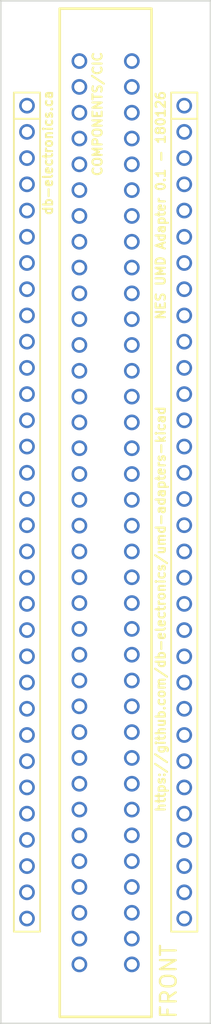
<source format=kicad_pcb>
(kicad_pcb (version 4) (host pcbnew 4.0.7-e2-6376~58~ubuntu16.04.1)

  (general
    (links 0)
    (no_connects 0)
    (area 116.739599 59.9059 137.209601 161.161801)
    (thickness 1.6)
    (drawings 8)
    (tracks 0)
    (zones 0)
    (modules 2)
    (nets 1)
  )

  (page A)
  (title_block
    (title "UMD NES Adapter")
    (date 2018-01-26)
    (rev 0.1)
    (company "db Electronics")
    (comment 1 https://github.com/db-electronics/umd-adapters-kicad)
    (comment 2 "Licensed under CERN OHL v.1.2")
  )

  (layers
    (0 F.Cu signal)
    (31 B.Cu signal)
    (32 B.Adhes user)
    (33 F.Adhes user)
    (34 B.Paste user)
    (35 F.Paste user)
    (36 B.SilkS user)
    (37 F.SilkS user)
    (38 B.Mask user)
    (39 F.Mask user)
    (40 Dwgs.User user)
    (41 Cmts.User user)
    (42 Eco1.User user)
    (43 Eco2.User user)
    (44 Edge.Cuts user)
    (45 Margin user)
    (46 B.CrtYd user)
    (47 F.CrtYd user)
    (48 B.Fab user)
    (49 F.Fab user)
  )

  (setup
    (last_trace_width 0.1778)
    (trace_clearance 0.1778)
    (zone_clearance 0.508)
    (zone_45_only no)
    (trace_min 0.1778)
    (segment_width 0.2)
    (edge_width 0.15)
    (via_size 0.6096)
    (via_drill 0.3048)
    (via_min_size 0.6096)
    (via_min_drill 0.3048)
    (uvia_size 0.3)
    (uvia_drill 0.1)
    (uvias_allowed no)
    (uvia_min_size 0)
    (uvia_min_drill 0)
    (pcb_text_width 0.3)
    (pcb_text_size 1.5 1.5)
    (mod_edge_width 0.15)
    (mod_text_size 0.889 0.889)
    (mod_text_width 0.2032)
    (pad_size 1.524 1.524)
    (pad_drill 0.762)
    (pad_to_mask_clearance 0.2)
    (aux_axis_origin 0 0)
    (grid_origin 119.3546 72.1868)
    (visible_elements FFFFFF7F)
    (pcbplotparams
      (layerselection 0x00030_80000001)
      (usegerberextensions false)
      (excludeedgelayer true)
      (linewidth 0.203200)
      (plotframeref false)
      (viasonmask false)
      (mode 1)
      (useauxorigin false)
      (hpglpennumber 1)
      (hpglpenspeed 20)
      (hpglpendiameter 15)
      (hpglpenoverlay 2)
      (psnegative false)
      (psa4output false)
      (plotreference true)
      (plotvalue true)
      (plotinvisibletext false)
      (padsonsilk false)
      (subtractmaskfromsilk false)
      (outputformat 1)
      (mirror false)
      (drillshape 1)
      (scaleselection 1)
      (outputdirectory ""))
  )

  (net 0 "")

  (net_class Default "This is the default net class."
    (clearance 0.1778)
    (trace_width 0.1778)
    (via_dia 0.6096)
    (via_drill 0.3048)
    (uvia_dia 0.3)
    (uvia_drill 0.1)
  )

  (net_class Power ""
    (clearance 0.1778)
    (trace_width 0.3048)
    (via_dia 0.6096)
    (via_drill 0.3048)
    (uvia_dia 0.3)
    (uvia_drill 0.1)
  )

  (module db-thparts:UMD-CONN-DIP64 (layer F.Cu) (tedit 5A6B93AD) (tstamp 5A6B9B8C)
    (at 119.3546 72.1868)
    (path /5A6B886F)
    (solder_mask_margin 0.1016)
    (fp_text reference CON102 (at -0.1016 -4.2672 90) (layer F.SilkS) hide
      (effects (font (size 0.889 0.889) (thickness 0.2032)))
    )
    (fp_text value UMD-CONN (at 7.62 -5) (layer F.Fab) hide
      (effects (font (size 1 1) (thickness 0.15)))
    )
    (fp_line (start 13.97 1.27) (end 16.51 1.27) (layer F.SilkS) (width 0.1778))
    (fp_line (start 16.51 -1.27) (end 13.97 -1.27) (layer F.SilkS) (width 0.1778))
    (fp_line (start 16.51 80.01) (end 16.51 -1.27) (layer F.SilkS) (width 0.1778))
    (fp_line (start 13.97 80.01) (end 16.51 80.01) (layer F.SilkS) (width 0.1778))
    (fp_line (start 13.97 -1.27) (end 13.97 80.01) (layer F.SilkS) (width 0.1778))
    (fp_line (start -1.27 1.27) (end 1.27 1.27) (layer F.SilkS) (width 0.1778))
    (fp_line (start 1.27 -1.27) (end 0 -1.27) (layer F.SilkS) (width 0.1778))
    (fp_line (start 1.27 80.01) (end 1.27 -1.27) (layer F.SilkS) (width 0.1778))
    (fp_line (start -1.27 80.01) (end 1.27 80.01) (layer F.SilkS) (width 0.1778))
    (fp_line (start -1.27 -1.27) (end -1.27 80.01) (layer F.SilkS) (width 0.1778))
    (fp_line (start 0 -1.27) (end -1.27 -1.27) (layer F.SilkS) (width 0.1778))
    (pad 1 thru_hole circle (at 0 0) (size 1.524 1.524) (drill 1.016) (layers *.Cu *.Mask))
    (pad 2 thru_hole circle (at 0 2.54) (size 1.524 1.524) (drill 1.016) (layers *.Cu *.Mask))
    (pad 3 thru_hole circle (at 0 5.08) (size 1.524 1.524) (drill 1.016) (layers *.Cu *.Mask))
    (pad 4 thru_hole circle (at 0 7.62) (size 1.524 1.524) (drill 1.016) (layers *.Cu *.Mask))
    (pad 5 thru_hole circle (at 0 10.16) (size 1.524 1.524) (drill 1.016) (layers *.Cu *.Mask))
    (pad 6 thru_hole circle (at 0 12.7) (size 1.524 1.524) (drill 1.016) (layers *.Cu *.Mask))
    (pad 7 thru_hole circle (at 0 15.24) (size 1.524 1.524) (drill 1.016) (layers *.Cu *.Mask))
    (pad 8 thru_hole circle (at 0 17.78) (size 1.524 1.524) (drill 1.016) (layers *.Cu *.Mask))
    (pad 9 thru_hole circle (at 0 20.32) (size 1.524 1.524) (drill 1.016) (layers *.Cu *.Mask))
    (pad 10 thru_hole circle (at 0 22.86) (size 1.524 1.524) (drill 1.016) (layers *.Cu *.Mask))
    (pad 11 thru_hole circle (at 0 25.4) (size 1.524 1.524) (drill 1.016) (layers *.Cu *.Mask))
    (pad 12 thru_hole circle (at 0 27.94) (size 1.524 1.524) (drill 1.016) (layers *.Cu *.Mask))
    (pad 13 thru_hole circle (at 0 30.48) (size 1.524 1.524) (drill 1.016) (layers *.Cu *.Mask))
    (pad 14 thru_hole circle (at 0 33.02) (size 1.524 1.524) (drill 1.016) (layers *.Cu *.Mask))
    (pad 15 thru_hole circle (at 0 35.56) (size 1.524 1.524) (drill 1.016) (layers *.Cu *.Mask))
    (pad 16 thru_hole circle (at 0 38.1) (size 1.524 1.524) (drill 1.016) (layers *.Cu *.Mask))
    (pad 17 thru_hole circle (at 0 40.64) (size 1.524 1.524) (drill 1.016) (layers *.Cu *.Mask))
    (pad 18 thru_hole circle (at 0 43.18) (size 1.524 1.524) (drill 1.016) (layers *.Cu *.Mask))
    (pad 19 thru_hole circle (at 0 45.72) (size 1.524 1.524) (drill 1.016) (layers *.Cu *.Mask))
    (pad 20 thru_hole circle (at 0 48.26) (size 1.524 1.524) (drill 1.016) (layers *.Cu *.Mask))
    (pad 21 thru_hole circle (at 0 50.8) (size 1.524 1.524) (drill 1.016) (layers *.Cu *.Mask))
    (pad 22 thru_hole circle (at 0 53.34) (size 1.524 1.524) (drill 1.016) (layers *.Cu *.Mask))
    (pad 23 thru_hole circle (at 0 55.88) (size 1.524 1.524) (drill 1.016) (layers *.Cu *.Mask))
    (pad 24 thru_hole circle (at 0 58.42) (size 1.524 1.524) (drill 1.016) (layers *.Cu *.Mask))
    (pad 25 thru_hole circle (at 0 60.96) (size 1.524 1.524) (drill 1.016) (layers *.Cu *.Mask))
    (pad 26 thru_hole circle (at 0 63.5) (size 1.524 1.524) (drill 1.016) (layers *.Cu *.Mask))
    (pad 27 thru_hole circle (at 0 66.04) (size 1.524 1.524) (drill 1.016) (layers *.Cu *.Mask))
    (pad 28 thru_hole circle (at 0 68.58) (size 1.524 1.524) (drill 1.016) (layers *.Cu *.Mask))
    (pad 29 thru_hole circle (at 0 71.12) (size 1.524 1.524) (drill 1.016) (layers *.Cu *.Mask))
    (pad 30 thru_hole circle (at 0 73.66) (size 1.524 1.524) (drill 1.016) (layers *.Cu *.Mask))
    (pad 31 thru_hole circle (at 0 76.2) (size 1.524 1.524) (drill 1.016) (layers *.Cu *.Mask))
    (pad 32 thru_hole circle (at 0 78.74) (size 1.524 1.524) (drill 1.016) (layers *.Cu *.Mask))
    (pad 33 thru_hole circle (at 15.24 78.74) (size 1.524 1.524) (drill 1.016) (layers *.Cu *.Mask))
    (pad 34 thru_hole circle (at 15.24 76.2) (size 1.524 1.524) (drill 1.016) (layers *.Cu *.Mask))
    (pad 35 thru_hole circle (at 15.24 73.66) (size 1.524 1.524) (drill 1.016) (layers *.Cu *.Mask))
    (pad 36 thru_hole circle (at 15.24 71.12) (size 1.524 1.524) (drill 1.016) (layers *.Cu *.Mask))
    (pad 37 thru_hole circle (at 15.24 68.58) (size 1.524 1.524) (drill 1.016) (layers *.Cu *.Mask))
    (pad 38 thru_hole circle (at 15.24 66.04) (size 1.524 1.524) (drill 1.016) (layers *.Cu *.Mask))
    (pad 39 thru_hole circle (at 15.24 63.5) (size 1.524 1.524) (drill 1.016) (layers *.Cu *.Mask))
    (pad 40 thru_hole circle (at 15.24 60.96) (size 1.524 1.524) (drill 1.016) (layers *.Cu *.Mask))
    (pad 41 thru_hole circle (at 15.24 58.42) (size 1.524 1.524) (drill 1.016) (layers *.Cu *.Mask))
    (pad 42 thru_hole circle (at 15.24 55.88) (size 1.524 1.524) (drill 1.016) (layers *.Cu *.Mask))
    (pad 43 thru_hole circle (at 15.24 53.34) (size 1.524 1.524) (drill 1.016) (layers *.Cu *.Mask))
    (pad 44 thru_hole circle (at 15.24 50.8) (size 1.524 1.524) (drill 1.016) (layers *.Cu *.Mask))
    (pad 45 thru_hole circle (at 15.24 48.26) (size 1.524 1.524) (drill 1.016) (layers *.Cu *.Mask))
    (pad 46 thru_hole circle (at 15.24 45.72) (size 1.524 1.524) (drill 1.016) (layers *.Cu *.Mask))
    (pad 47 thru_hole circle (at 15.24 43.18) (size 1.524 1.524) (drill 1.016) (layers *.Cu *.Mask))
    (pad 48 thru_hole circle (at 15.24 40.64) (size 1.524 1.524) (drill 1.016) (layers *.Cu *.Mask))
    (pad 49 thru_hole circle (at 15.24 38.1) (size 1.524 1.524) (drill 1.016) (layers *.Cu *.Mask))
    (pad 50 thru_hole circle (at 15.24 35.56) (size 1.524 1.524) (drill 1.016) (layers *.Cu *.Mask))
    (pad 51 thru_hole circle (at 15.24 33.02) (size 1.524 1.524) (drill 1.016) (layers *.Cu *.Mask))
    (pad 52 thru_hole circle (at 15.24 30.48) (size 1.524 1.524) (drill 1.016) (layers *.Cu *.Mask))
    (pad 53 thru_hole circle (at 15.24 27.94) (size 1.524 1.524) (drill 1.016) (layers *.Cu *.Mask))
    (pad 54 thru_hole circle (at 15.24 25.4) (size 1.524 1.524) (drill 1.016) (layers *.Cu *.Mask))
    (pad 55 thru_hole circle (at 15.24 22.86) (size 1.524 1.524) (drill 1.016) (layers *.Cu *.Mask))
    (pad 56 thru_hole circle (at 15.24 20.32) (size 1.524 1.524) (drill 1.016) (layers *.Cu *.Mask))
    (pad 57 thru_hole circle (at 15.24 17.78) (size 1.524 1.524) (drill 1.016) (layers *.Cu *.Mask))
    (pad 58 thru_hole circle (at 15.24 15.24) (size 1.524 1.524) (drill 1.016) (layers *.Cu *.Mask))
    (pad 59 thru_hole circle (at 15.24 12.7) (size 1.524 1.524) (drill 1.016) (layers *.Cu *.Mask))
    (pad 60 thru_hole circle (at 15.24 10.16) (size 1.524 1.524) (drill 1.016) (layers *.Cu *.Mask))
    (pad 61 thru_hole circle (at 15.24 7.62) (size 1.524 1.524) (drill 1.016) (layers *.Cu *.Mask))
    (pad 62 thru_hole circle (at 15.24 5.08) (size 1.524 1.524) (drill 1.016) (layers *.Cu *.Mask))
    (pad 63 thru_hole circle (at 15.24 2.54) (size 1.524 1.524) (drill 1.016) (layers *.Cu *.Mask))
    (pad 64 thru_hole circle (at 15.24 0) (size 1.524 1.524) (drill 1.016) (layers *.Cu *.Mask))
  )

  (module db-thparts:NES-CONN (layer F.Cu) (tedit 5A6B93B0) (tstamp 5A6B9B3D)
    (at 124.4346 67.8688)
    (path /5A6B7D53)
    (solder_mask_margin 0.1016)
    (fp_text reference CON101 (at -2.794 0 90) (layer F.SilkS) hide
      (effects (font (size 0.889 0.889) (thickness 0.2032)))
    )
    (fp_text value NES-CONN (at 1.524 -7.0612) (layer F.Fab) hide
      (effects (font (size 0.889 0.889) (thickness 0.2032)))
    )
    (fp_text user COMPONENTS/CIC (at 1.7526 5.1308 90) (layer F.SilkS)
      (effects (font (size 0.889 0.889) (thickness 0.2032)))
    )
    (fp_line (start -1.905 92.583) (end 6.985 92.583) (layer F.SilkS) (width 0.254))
    (fp_line (start -1.905 -5.08) (end -1.905 92.583) (layer F.SilkS) (width 0.254))
    (fp_line (start 6.985 -5.08) (end 6.985 92.583) (layer F.SilkS) (width 0.254))
    (fp_line (start -1.905 -5.08) (end 6.985 -5.08) (layer F.SilkS) (width 0.254))
    (pad 36 thru_hole circle (at 0 0) (size 1.524 1.524) (drill 1.016) (layers *.Cu *.Mask))
    (pad 35 thru_hole circle (at 0 2.5) (size 1.524 1.524) (drill 1.016) (layers *.Cu *.Mask))
    (pad 34 thru_hole circle (at 0 5) (size 1.524 1.524) (drill 1.016) (layers *.Cu *.Mask))
    (pad 33 thru_hole circle (at 0 7.5) (size 1.524 1.524) (drill 1.016) (layers *.Cu *.Mask))
    (pad 32 thru_hole circle (at 0 10) (size 1.524 1.524) (drill 1.016) (layers *.Cu *.Mask))
    (pad 31 thru_hole circle (at 0 12.5) (size 1.524 1.524) (drill 1.016) (layers *.Cu *.Mask))
    (pad 30 thru_hole circle (at 0 15) (size 1.524 1.524) (drill 1.016) (layers *.Cu *.Mask))
    (pad 29 thru_hole circle (at 0 17.5) (size 1.524 1.524) (drill 1.016) (layers *.Cu *.Mask))
    (pad 28 thru_hole circle (at 0 20) (size 1.524 1.524) (drill 1.016) (layers *.Cu *.Mask))
    (pad 27 thru_hole circle (at 0 22.5) (size 1.524 1.524) (drill 1.016) (layers *.Cu *.Mask))
    (pad 26 thru_hole circle (at 0 25) (size 1.524 1.524) (drill 1.016) (layers *.Cu *.Mask))
    (pad 25. thru_hole circle (at 0 27.5) (size 1.524 1.524) (drill 1.016) (layers *.Cu *.Mask))
    (pad 24 thru_hole circle (at 0 30) (size 1.524 1.524) (drill 1.016) (layers *.Cu *.Mask))
    (pad 23 thru_hole circle (at 0 32.5) (size 1.524 1.524) (drill 1.016) (layers *.Cu *.Mask))
    (pad 22 thru_hole circle (at 0 35) (size 1.524 1.524) (drill 1.016) (layers *.Cu *.Mask))
    (pad 21 thru_hole circle (at 0 37.5) (size 1.524 1.524) (drill 1.016) (layers *.Cu *.Mask))
    (pad 20 thru_hole circle (at 0 40) (size 1.524 1.524) (drill 1.016) (layers *.Cu *.Mask))
    (pad 19 thru_hole circle (at 0 42.5) (size 1.524 1.524) (drill 1.016) (layers *.Cu *.Mask))
    (pad 18 thru_hole circle (at 0 45) (size 1.524 1.524) (drill 1.016) (layers *.Cu *.Mask))
    (pad 17 thru_hole circle (at 0 47.5) (size 1.524 1.524) (drill 1.016) (layers *.Cu *.Mask))
    (pad 16 thru_hole circle (at 0 50) (size 1.524 1.524) (drill 1.016) (layers *.Cu *.Mask))
    (pad 15 thru_hole circle (at 0 52.5) (size 1.524 1.524) (drill 1.016) (layers *.Cu *.Mask))
    (pad 14 thru_hole circle (at 0 55) (size 1.524 1.524) (drill 1.016) (layers *.Cu *.Mask))
    (pad 13 thru_hole circle (at 0 57.5) (size 1.524 1.524) (drill 1.016) (layers *.Cu *.Mask))
    (pad 12 thru_hole circle (at 0 60) (size 1.524 1.524) (drill 1.016) (layers *.Cu *.Mask))
    (pad 11 thru_hole circle (at 0 62.5) (size 1.524 1.524) (drill 1.016) (layers *.Cu *.Mask))
    (pad 10 thru_hole circle (at 0 65) (size 1.524 1.524) (drill 1.016) (layers *.Cu *.Mask))
    (pad 9 thru_hole circle (at 0 67.5) (size 1.524 1.524) (drill 1.016) (layers *.Cu *.Mask))
    (pad 8 thru_hole circle (at 0 70) (size 1.524 1.524) (drill 1.016) (layers *.Cu *.Mask))
    (pad 7 thru_hole circle (at 0 72.5) (size 1.524 1.524) (drill 1.016) (layers *.Cu *.Mask))
    (pad 6 thru_hole circle (at 0 75) (size 1.524 1.524) (drill 1.016) (layers *.Cu *.Mask))
    (pad 5 thru_hole circle (at 0 77.5) (size 1.524 1.524) (drill 1.016) (layers *.Cu *.Mask))
    (pad 4 thru_hole circle (at 0 80) (size 1.524 1.524) (drill 1.016) (layers *.Cu *.Mask))
    (pad 3 thru_hole circle (at 0 82.5) (size 1.524 1.524) (drill 1.016) (layers *.Cu *.Mask))
    (pad 2 thru_hole circle (at 0 85) (size 1.524 1.524) (drill 1.016) (layers *.Cu *.Mask))
    (pad 1 thru_hole circle (at 0 87.5) (size 1.524 1.524) (drill 1.016) (layers *.Cu *.Mask))
    (pad 37 thru_hole circle (at 5.08 87.5) (size 1.524 1.524) (drill 1.016) (layers *.Cu *.Mask))
    (pad 38 thru_hole circle (at 5.08 85) (size 1.524 1.524) (drill 1.016) (layers *.Cu *.Mask))
    (pad 39 thru_hole circle (at 5.08 82.5) (size 1.524 1.524) (drill 1.016) (layers *.Cu *.Mask))
    (pad 40 thru_hole circle (at 5.08 80) (size 1.524 1.524) (drill 1.016) (layers *.Cu *.Mask))
    (pad 41 thru_hole circle (at 5.08 77.5) (size 1.524 1.524) (drill 1.016) (layers *.Cu *.Mask))
    (pad 42 thru_hole circle (at 5.08 75) (size 1.524 1.524) (drill 1.016) (layers *.Cu *.Mask))
    (pad 43 thru_hole circle (at 5.08 72.5) (size 1.524 1.524) (drill 1.016) (layers *.Cu *.Mask))
    (pad 44 thru_hole circle (at 5.08 70) (size 1.524 1.524) (drill 1.016) (layers *.Cu *.Mask))
    (pad 45 thru_hole circle (at 5.08 67.5) (size 1.524 1.524) (drill 1.016) (layers *.Cu *.Mask))
    (pad 46 thru_hole circle (at 5.08 65) (size 1.524 1.524) (drill 1.016) (layers *.Cu *.Mask))
    (pad 47 thru_hole circle (at 5.08 62.5) (size 1.524 1.524) (drill 1.016) (layers *.Cu *.Mask))
    (pad 48 thru_hole circle (at 5.08 60) (size 1.524 1.524) (drill 1.016) (layers *.Cu *.Mask))
    (pad 49 thru_hole circle (at 5.08 57.5) (size 1.524 1.524) (drill 1.016) (layers *.Cu *.Mask))
    (pad 50 thru_hole circle (at 5.08 55) (size 1.524 1.524) (drill 1.016) (layers *.Cu *.Mask))
    (pad 51 thru_hole circle (at 5.08 52.5) (size 1.524 1.524) (drill 1.016) (layers *.Cu *.Mask))
    (pad 52 thru_hole circle (at 5.08 50) (size 1.524 1.524) (drill 1.016) (layers *.Cu *.Mask))
    (pad 53 thru_hole circle (at 5.08 47.5) (size 1.524 1.524) (drill 1.016) (layers *.Cu *.Mask))
    (pad 54 thru_hole circle (at 5.08 45) (size 1.524 1.524) (drill 1.016) (layers *.Cu *.Mask))
    (pad 55 thru_hole circle (at 5.08 42.5) (size 1.524 1.524) (drill 1.016) (layers *.Cu *.Mask))
    (pad 56 thru_hole circle (at 5.08 40) (size 1.524 1.524) (drill 1.016) (layers *.Cu *.Mask))
    (pad 57 thru_hole circle (at 5.08 37.5) (size 1.524 1.524) (drill 1.016) (layers *.Cu *.Mask))
    (pad 58 thru_hole circle (at 5.08 35) (size 1.524 1.524) (drill 1.016) (layers *.Cu *.Mask))
    (pad 59 thru_hole circle (at 5.08 32.5) (size 1.524 1.524) (drill 1.016) (layers *.Cu *.Mask))
    (pad 60 thru_hole circle (at 5.08 30) (size 1.524 1.524) (drill 1.016) (layers *.Cu *.Mask))
    (pad 61 thru_hole circle (at 5.08 27.5) (size 1.524 1.524) (drill 1.016) (layers *.Cu *.Mask))
    (pad 62 thru_hole circle (at 5.08 25) (size 1.524 1.524) (drill 1.016) (layers *.Cu *.Mask))
    (pad 63 thru_hole circle (at 5.08 22.5) (size 1.524 1.524) (drill 1.016) (layers *.Cu *.Mask))
    (pad 64 thru_hole circle (at 5.08 20) (size 1.524 1.524) (drill 1.016) (layers *.Cu *.Mask))
    (pad 65 thru_hole circle (at 5.08 17.5) (size 1.524 1.524) (drill 1.016) (layers *.Cu *.Mask))
    (pad 66 thru_hole circle (at 5.08 15) (size 1.524 1.524) (drill 1.016) (layers *.Cu *.Mask))
    (pad 67 thru_hole circle (at 5.08 12.5) (size 1.524 1.524) (drill 1.016) (layers *.Cu *.Mask))
    (pad 68 thru_hole circle (at 5.08 10) (size 1.524 1.524) (drill 1.016) (layers *.Cu *.Mask))
    (pad 69 thru_hole circle (at 5.08 7.5) (size 1.524 1.524) (drill 1.016) (layers *.Cu *.Mask))
    (pad 70 thru_hole circle (at 5.08 5) (size 1.524 1.524) (drill 1.016) (layers *.Cu *.Mask))
    (pad 71 thru_hole circle (at 5.08 2.5) (size 1.524 1.524) (drill 1.016) (layers *.Cu *.Mask))
    (pad 72 thru_hole circle (at 5.08 0) (size 1.524 1.524) (drill 1.016) (layers *.Cu *.Mask))
  )

  (gr_text "NES UMD Adapter 0.1 - 180126" (at 132.3086 81.8388 90) (layer F.SilkS) (tstamp 5A6BB5A5)
    (effects (font (size 0.889 0.889) (thickness 0.2032)))
  )
  (gr_text https://github.com/db-electronics/umd-adapters-kicad (at 132.3086 120.9548 90) (layer F.SilkS)
    (effects (font (size 0.889 0.891794) (thickness 0.2032)))
  )
  (gr_text db-electronics.ca (at 121.3866 76.7588 90) (layer F.SilkS)
    (effects (font (size 0.889 0.889) (thickness 0.2032)))
  )
  (gr_text FRONT (at 133.0706 157.0228 90) (layer F.SilkS)
    (effects (font (thickness 0.22225)))
  )
  (gr_line (start 137.1346 62.0268) (end 116.8146 62.0268) (layer Edge.Cuts) (width 0.15))
  (gr_line (start 137.1346 161.0868) (end 137.1346 62.0268) (layer Edge.Cuts) (width 0.15))
  (gr_line (start 116.8146 161.0868) (end 137.1346 161.0868) (layer Edge.Cuts) (width 0.15))
  (gr_line (start 116.8146 62.0268) (end 116.8146 161.0868) (layer Edge.Cuts) (width 0.15))

)

</source>
